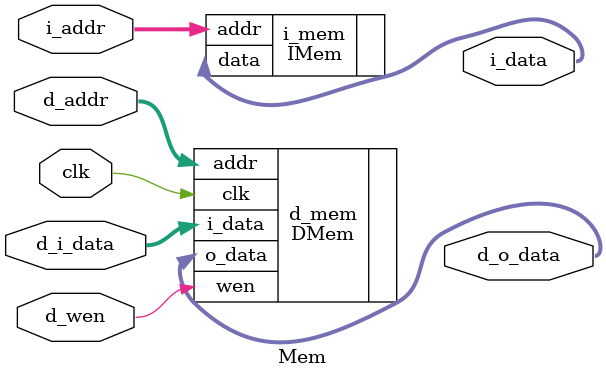
<source format=v>
`timescale 1ns / 1ps


module Mem(
//for IMem
  input [31:0]i_addr,
  output [31:0]i_data,
 //for DMem
  input clk,
  input d_wen,
  input [31:0]d_addr,
  input [31:0]d_i_data,
  output [31:0]d_o_data
    );
    IMem i_mem(
        .addr(i_addr),
        .data(i_data)
    );

    DMem d_mem(
        .clk(clk),
        .wen(d_wen),
        .addr(d_addr),
        .i_data(d_i_data),
        .o_data(d_o_data)
    );
endmodule

</source>
